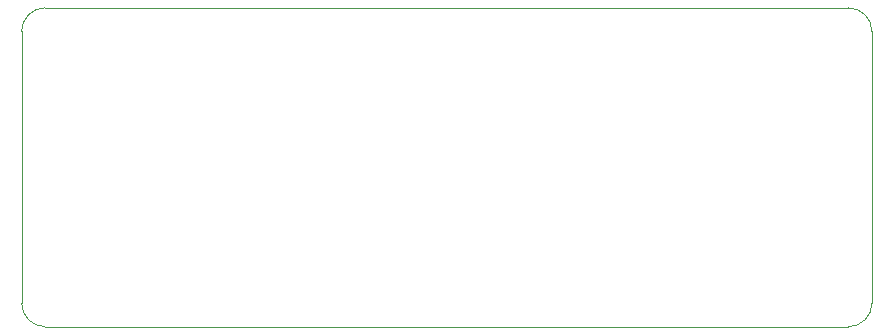
<source format=gm1>
%TF.GenerationSoftware,KiCad,Pcbnew,9.0.4*%
%TF.CreationDate,2025-09-24T03:04:27+03:00*%
%TF.ProjectId,TPS54331DDAR_Buck_converter,54505335-3433-4333-9144-4441525f4275,rev?*%
%TF.SameCoordinates,Original*%
%TF.FileFunction,Profile,NP*%
%FSLAX46Y46*%
G04 Gerber Fmt 4.6, Leading zero omitted, Abs format (unit mm)*
G04 Created by KiCad (PCBNEW 9.0.4) date 2025-09-24 03:04:27*
%MOMM*%
%LPD*%
G01*
G04 APERTURE LIST*
%TA.AperFunction,Profile*%
%ADD10C,0.050000*%
%TD*%
G04 APERTURE END LIST*
D10*
X97000000Y-90000000D02*
G75*
G02*
X95000000Y-88000000I0J2000000D01*
G01*
X165000000Y-90000000D02*
X97000000Y-90000000D01*
X167000000Y-65000000D02*
X167000000Y-88000000D01*
X95000000Y-65000000D02*
G75*
G02*
X97000000Y-63000000I2000000J0D01*
G01*
X95000000Y-88000000D02*
X95000000Y-65000000D01*
X165000000Y-63000000D02*
G75*
G02*
X167000000Y-65000000I0J-2000000D01*
G01*
X97000000Y-63000000D02*
X165000000Y-63000000D01*
X167000000Y-88000000D02*
G75*
G02*
X165000000Y-90000000I-2000000J0D01*
G01*
M02*

</source>
